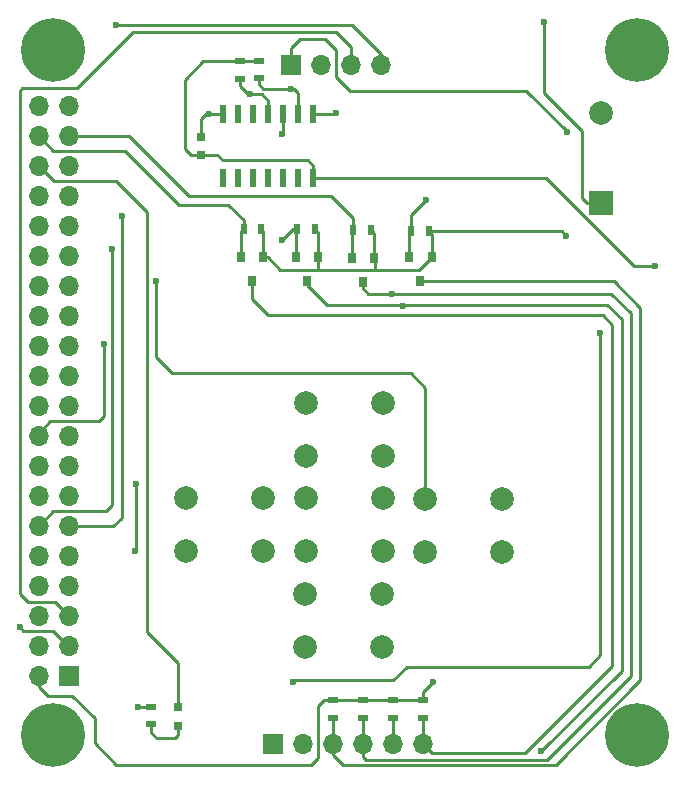
<source format=gbr>
G04 #@! TF.FileFunction,Copper,L1,Top,Signal*
%FSLAX46Y46*%
G04 Gerber Fmt 4.6, Leading zero omitted, Abs format (unit mm)*
G04 Created by KiCad (PCBNEW 4.0.7) date 07/29/18 11:18:04*
%MOMM*%
%LPD*%
G01*
G04 APERTURE LIST*
%ADD10C,0.100000*%
%ADD11R,0.800000X0.800000*%
%ADD12R,1.700000X1.700000*%
%ADD13O,1.700000X1.700000*%
%ADD14R,0.800000X0.900000*%
%ADD15R,0.900000X0.500000*%
%ADD16C,2.000000*%
%ADD17R,0.600000X1.500000*%
%ADD18C,5.400000*%
%ADD19C,0.800000*%
%ADD20R,0.500000X0.900000*%
%ADD21R,0.750000X0.800000*%
%ADD22R,2.000000X2.000000*%
%ADD23C,0.600000*%
%ADD24C,0.250000*%
G04 APERTURE END LIST*
D10*
D11*
X99131120Y-139067640D03*
X99131120Y-140667640D03*
D12*
X107175300Y-142227300D03*
D13*
X109715300Y-142227300D03*
X112255300Y-142227300D03*
X114795300Y-142227300D03*
X117335300Y-142227300D03*
X119875300Y-142227300D03*
D12*
X108686600Y-84747100D03*
D13*
X111226600Y-84747100D03*
X113766600Y-84747100D03*
X116306600Y-84747100D03*
D14*
X106330000Y-101030000D03*
X104430000Y-101030000D03*
X105380000Y-103030000D03*
X110990000Y-101030000D03*
X109090000Y-101030000D03*
X110040000Y-103030000D03*
X115710000Y-101080000D03*
X113810000Y-101080000D03*
X114760000Y-103080000D03*
X120570000Y-101030000D03*
X118670000Y-101030000D03*
X119620000Y-103030000D03*
D15*
X96840040Y-140561760D03*
X96840040Y-139061760D03*
X105920000Y-84380000D03*
X105920000Y-85880000D03*
X104330000Y-84410000D03*
X104330000Y-85910000D03*
D16*
X109915960Y-125927240D03*
X109915960Y-121427240D03*
X116415960Y-125927240D03*
X116415960Y-121427240D03*
X109971840Y-117880520D03*
X109971840Y-113380520D03*
X116471840Y-117880520D03*
X116471840Y-113380520D03*
X109880400Y-134040000D03*
X109880400Y-129540000D03*
X116380400Y-134040000D03*
X116380400Y-129540000D03*
X99801680Y-125927240D03*
X99801680Y-121427240D03*
X106301680Y-125927240D03*
X106301680Y-121427240D03*
X120045480Y-125947560D03*
X120045480Y-121447560D03*
X126545480Y-125947560D03*
X126545480Y-121447560D03*
D17*
X110545880Y-88902560D03*
X109275880Y-88902560D03*
X108005880Y-88902560D03*
X106735880Y-88902560D03*
X105465880Y-88902560D03*
X104195880Y-88902560D03*
X102925880Y-88902560D03*
X102925880Y-94302560D03*
X104195880Y-94302560D03*
X105465880Y-94302560D03*
X106735880Y-94302560D03*
X108005880Y-94302560D03*
X109275880Y-94302560D03*
X110545880Y-94302560D03*
D12*
X89834720Y-136489440D03*
D13*
X87294720Y-136489440D03*
X89834720Y-133949440D03*
X87294720Y-133949440D03*
X89834720Y-131409440D03*
X87294720Y-131409440D03*
X89834720Y-128869440D03*
X87294720Y-128869440D03*
X89834720Y-126329440D03*
X87294720Y-126329440D03*
X89834720Y-123789440D03*
X87294720Y-123789440D03*
X89834720Y-121249440D03*
X87294720Y-121249440D03*
X89834720Y-118709440D03*
X87294720Y-118709440D03*
X89834720Y-116169440D03*
X87294720Y-116169440D03*
X89834720Y-113629440D03*
X87294720Y-113629440D03*
X89834720Y-111089440D03*
X87294720Y-111089440D03*
X89834720Y-108549440D03*
X87294720Y-108549440D03*
X89834720Y-106009440D03*
X87294720Y-106009440D03*
X89834720Y-103469440D03*
X87294720Y-103469440D03*
X89834720Y-100929440D03*
X87294720Y-100929440D03*
X89834720Y-98389440D03*
X87294720Y-98389440D03*
X89834720Y-95849440D03*
X87294720Y-95849440D03*
X89834720Y-93309440D03*
X87294720Y-93309440D03*
X89834720Y-90769440D03*
X87294720Y-90769440D03*
X89834720Y-88229440D03*
X87294720Y-88229440D03*
D18*
X88500000Y-141500000D03*
D19*
X90525000Y-141500000D03*
X89931891Y-142931891D03*
X88500000Y-143525000D03*
X87068109Y-142931891D03*
X86475000Y-141500000D03*
X87068109Y-140068109D03*
X88500000Y-139475000D03*
X89931891Y-140068109D03*
D18*
X138000000Y-141500000D03*
D19*
X140025000Y-141500000D03*
X139431891Y-142931891D03*
X138000000Y-143525000D03*
X136568109Y-142931891D03*
X135975000Y-141500000D03*
X136568109Y-140068109D03*
X138000000Y-139475000D03*
X139431891Y-140068109D03*
D18*
X138000000Y-83500000D03*
D19*
X140025000Y-83500000D03*
X139431891Y-84931891D03*
X138000000Y-85525000D03*
X136568109Y-84931891D03*
X135975000Y-83500000D03*
X136568109Y-82068109D03*
X138000000Y-81475000D03*
X139431891Y-82068109D03*
D18*
X88500000Y-83500000D03*
D19*
X90525000Y-83500000D03*
X89931891Y-84931891D03*
X88500000Y-85525000D03*
X87068109Y-84931891D03*
X86475000Y-83500000D03*
X87068109Y-82068109D03*
X88500000Y-81475000D03*
X89931891Y-82068109D03*
D20*
X120310000Y-98780000D03*
X118810000Y-98780000D03*
X115400000Y-98690000D03*
X113900000Y-98690000D03*
X110700000Y-98650000D03*
X109200000Y-98650000D03*
X106150000Y-98590000D03*
X104650000Y-98590000D03*
D15*
X119875300Y-138497880D03*
X119875300Y-139997880D03*
X117337840Y-138497880D03*
X117337840Y-139997880D03*
X114792760Y-138497880D03*
X114792760Y-139997880D03*
X112242600Y-138505500D03*
X112242600Y-140005500D03*
D21*
X101058980Y-90837320D03*
X101058980Y-92337320D03*
D22*
X134950000Y-96420000D03*
D16*
X134950000Y-88820000D03*
D23*
X101697440Y-88902560D03*
X95720000Y-139090000D03*
X134840000Y-107460000D03*
X108850000Y-136960000D03*
X131990000Y-99190000D03*
X132000000Y-90420000D03*
X85710000Y-132360000D03*
X93820000Y-81360000D03*
X130050000Y-81140000D03*
X107900000Y-99550000D03*
X92840000Y-108380000D03*
X120130000Y-96160000D03*
X95440000Y-125900000D03*
X95520000Y-120240000D03*
X97200000Y-102990000D03*
X120660000Y-137010000D03*
X139480000Y-101800000D03*
X107940000Y-90560000D03*
X94340000Y-97540000D03*
X93490000Y-100300000D03*
X112490000Y-88790000D03*
X105190000Y-87200000D03*
X117230000Y-104090000D03*
X108700000Y-86750000D03*
X118190000Y-105160000D03*
X129840000Y-142840000D03*
D24*
X101697440Y-88902560D02*
X101497440Y-88902560D01*
X101058980Y-89341020D02*
X101058980Y-90837320D01*
X101497440Y-88902560D02*
X101058980Y-89341020D01*
X101697440Y-88902560D02*
X102925880Y-88902560D01*
X95748240Y-139061760D02*
X96840040Y-139061760D01*
X95720000Y-139090000D02*
X95748240Y-139061760D01*
X109715300Y-142227300D02*
X109715300Y-142944700D01*
X109915960Y-125927240D02*
X110330860Y-125927240D01*
X134840000Y-134720000D02*
X134840000Y-107460000D01*
X133880000Y-135680000D02*
X134840000Y-134720000D01*
X118460000Y-135680000D02*
X133880000Y-135680000D01*
X117290000Y-136850000D02*
X118460000Y-135680000D01*
X108960000Y-136850000D02*
X117290000Y-136850000D01*
X108850000Y-136960000D02*
X108960000Y-136850000D01*
X108686600Y-84747100D02*
X108686600Y-83333400D01*
X131580000Y-98780000D02*
X120310000Y-98780000D01*
X131990000Y-99190000D02*
X131580000Y-98780000D01*
X132000000Y-90360000D02*
X132000000Y-90420000D01*
X128590000Y-86950000D02*
X132000000Y-90360000D01*
X113650000Y-86950000D02*
X128590000Y-86950000D01*
X112490000Y-85790000D02*
X113650000Y-86950000D01*
X112490000Y-83490000D02*
X112490000Y-85790000D01*
X111580000Y-82580000D02*
X112490000Y-83490000D01*
X109440000Y-82580000D02*
X111580000Y-82580000D01*
X108686600Y-83333400D02*
X109440000Y-82580000D01*
X110980000Y-102090000D02*
X110980000Y-101040000D01*
X110980000Y-101040000D02*
X110990000Y-101030000D01*
X115780000Y-102090000D02*
X115780000Y-101150000D01*
X115780000Y-101150000D02*
X115710000Y-101080000D01*
X106330000Y-101030000D02*
X106700000Y-101030000D01*
X106700000Y-101030000D02*
X107760000Y-102090000D01*
X119510000Y-102090000D02*
X120570000Y-101030000D01*
X107760000Y-102090000D02*
X110980000Y-102090000D01*
X110980000Y-102090000D02*
X115780000Y-102090000D01*
X115780000Y-102090000D02*
X119510000Y-102090000D01*
X106330000Y-101030000D02*
X106330000Y-98770000D01*
X106330000Y-98770000D02*
X106150000Y-98590000D01*
X110990000Y-101030000D02*
X110990000Y-98940000D01*
X110990000Y-98940000D02*
X110700000Y-98650000D01*
X115710000Y-101080000D02*
X115710000Y-99000000D01*
X115710000Y-99000000D02*
X115400000Y-98690000D01*
X120570000Y-101030000D02*
X120570000Y-99040000D01*
X120570000Y-99040000D02*
X120310000Y-98780000D01*
X99131120Y-139067640D02*
X99131120Y-135401120D01*
X88565280Y-94580000D02*
X87294720Y-93309440D01*
X93880000Y-94580000D02*
X88565280Y-94580000D01*
X96450000Y-97150000D02*
X93880000Y-94580000D01*
X96450000Y-132720000D02*
X96450000Y-97150000D01*
X99131120Y-135401120D02*
X96450000Y-132720000D01*
X96840040Y-140561760D02*
X96840040Y-141270040D01*
X99131120Y-141428880D02*
X99131120Y-140667640D01*
X98850000Y-141710000D02*
X99131120Y-141428880D01*
X97280000Y-141710000D02*
X98850000Y-141710000D01*
X96840040Y-141270040D02*
X97280000Y-141710000D01*
X99069360Y-140729400D02*
X99131120Y-140667640D01*
X112255300Y-142227300D02*
X112255300Y-140018200D01*
X112255300Y-140018200D02*
X112242600Y-140005500D01*
X119620000Y-103030000D02*
X136000000Y-103030000D01*
X112255300Y-143155300D02*
X112255300Y-142227300D01*
X113100000Y-144000000D02*
X112255300Y-143155300D01*
X131100000Y-144000000D02*
X113100000Y-144000000D01*
X138250000Y-136850000D02*
X131100000Y-144000000D01*
X138250000Y-105280000D02*
X138250000Y-136850000D01*
X136000000Y-103030000D02*
X138250000Y-105280000D01*
X105380000Y-103030000D02*
X105380000Y-104540000D01*
X120638000Y-142990000D02*
X119875300Y-142227300D01*
X128460000Y-142990000D02*
X120638000Y-142990000D01*
X135860000Y-135590000D02*
X128460000Y-142990000D01*
X135860000Y-106720000D02*
X135860000Y-135590000D01*
X135060000Y-105920000D02*
X135860000Y-106720000D01*
X106760000Y-105920000D02*
X135060000Y-105920000D01*
X105380000Y-104540000D02*
X106760000Y-105920000D01*
X119875300Y-142227300D02*
X119875300Y-139997880D01*
X113766600Y-84747100D02*
X113766600Y-83256600D01*
X88655280Y-130230000D02*
X89834720Y-131409440D01*
X86400000Y-130230000D02*
X88655280Y-130230000D01*
X85710000Y-129540000D02*
X86400000Y-130230000D01*
X85710000Y-86950000D02*
X85710000Y-129540000D01*
X85930000Y-86730000D02*
X85710000Y-86950000D01*
X90520000Y-86730000D02*
X85930000Y-86730000D01*
X95270000Y-81980000D02*
X90520000Y-86730000D01*
X112490000Y-81980000D02*
X95270000Y-81980000D01*
X113766600Y-83256600D02*
X112490000Y-81980000D01*
X116306600Y-84747100D02*
X116306600Y-83846600D01*
X88490000Y-132660000D02*
X89779440Y-133949440D01*
X86010000Y-132660000D02*
X88490000Y-132660000D01*
X85710000Y-132360000D02*
X86010000Y-132660000D01*
X113820000Y-81360000D02*
X93820000Y-81360000D01*
X116306600Y-83846600D02*
X113820000Y-81360000D01*
X89779440Y-133949440D02*
X89834720Y-133949440D01*
X130050000Y-81140000D02*
X130050000Y-87110000D01*
X133730000Y-96420000D02*
X134950000Y-96420000D01*
X133280000Y-95970000D02*
X133730000Y-96420000D01*
X133280000Y-90340000D02*
X133280000Y-95970000D01*
X130050000Y-87110000D02*
X133280000Y-90340000D01*
X134950000Y-96420000D02*
X135138000Y-96420000D01*
X104650000Y-98590000D02*
X104650000Y-97870000D01*
X88555280Y-92030000D02*
X87294720Y-90769440D01*
X94620000Y-92030000D02*
X88555280Y-92030000D01*
X99170000Y-96580000D02*
X94620000Y-92030000D01*
X103360000Y-96580000D02*
X99170000Y-96580000D01*
X104650000Y-97870000D02*
X103360000Y-96580000D01*
X104430000Y-101030000D02*
X104430000Y-98810000D01*
X104430000Y-98810000D02*
X104650000Y-98590000D01*
X104430000Y-100795520D02*
X104430000Y-101030000D01*
X109200000Y-98650000D02*
X108800000Y-98650000D01*
X108800000Y-98650000D02*
X107900000Y-99550000D01*
X109090000Y-101030000D02*
X109090000Y-98760000D01*
X109090000Y-98760000D02*
X109200000Y-98650000D01*
X108891160Y-101030000D02*
X109090000Y-101030000D01*
X113900000Y-98690000D02*
X113900000Y-97710000D01*
X94929440Y-90769440D02*
X89834720Y-90769440D01*
X100020000Y-95860000D02*
X94929440Y-90769440D01*
X112050000Y-95860000D02*
X100020000Y-95860000D01*
X113900000Y-97710000D02*
X112050000Y-95860000D01*
X113810000Y-101080000D02*
X113810000Y-98780000D01*
X113810000Y-98780000D02*
X113900000Y-98690000D01*
X89631520Y-90830400D02*
X89768680Y-90830400D01*
X113794000Y-101064000D02*
X113810000Y-101080000D01*
X118810000Y-98780000D02*
X118810000Y-97480000D01*
X88290000Y-114890000D02*
X87294720Y-115885280D01*
X92450000Y-114890000D02*
X88290000Y-114890000D01*
X92840000Y-114500000D02*
X92450000Y-114890000D01*
X92840000Y-108380000D02*
X92840000Y-114500000D01*
X118810000Y-97480000D02*
X120130000Y-96160000D01*
X87294720Y-115885280D02*
X87294720Y-116169440D01*
X118670000Y-101030000D02*
X118670000Y-98920000D01*
X118670000Y-98920000D02*
X118810000Y-98780000D01*
X95550000Y-120750000D02*
X95550000Y-120270000D01*
X95440000Y-125900000D02*
X95550000Y-125790000D01*
X95550000Y-125790000D02*
X95550000Y-120750000D01*
X95550000Y-120270000D02*
X95520000Y-120240000D01*
X120045480Y-121447560D02*
X120045480Y-112055480D01*
X97200000Y-109440000D02*
X97200000Y-102990000D01*
X98570000Y-110810000D02*
X97200000Y-109440000D01*
X118800000Y-110810000D02*
X98570000Y-110810000D01*
X120045480Y-112055480D02*
X118800000Y-110810000D01*
X89631520Y-100990400D02*
X89631520Y-100947220D01*
X105920000Y-84380000D02*
X104360000Y-84380000D01*
X104360000Y-84380000D02*
X104330000Y-84410000D01*
X104330000Y-84410000D02*
X101250000Y-84410000D01*
X100167320Y-92337320D02*
X101058980Y-92337320D01*
X99650000Y-91820000D02*
X100167320Y-92337320D01*
X99650000Y-86010000D02*
X99650000Y-91820000D01*
X101250000Y-84410000D02*
X99650000Y-86010000D01*
X110545880Y-94302560D02*
X130232560Y-94302560D01*
X119875300Y-137794700D02*
X119875300Y-138497880D01*
X120660000Y-137010000D02*
X119875300Y-137794700D01*
X137730000Y-101800000D02*
X139480000Y-101800000D01*
X130232560Y-94302560D02*
X137730000Y-101800000D01*
X101058980Y-92337320D02*
X102427320Y-92337320D01*
X102427320Y-92337320D02*
X102910000Y-92820000D01*
X102910000Y-92820000D02*
X110080000Y-92820000D01*
X110080000Y-92820000D02*
X110545880Y-93285880D01*
X110545880Y-93285880D02*
X110545880Y-94302560D01*
X112242600Y-138505500D02*
X111484500Y-138505500D01*
X87294720Y-137364720D02*
X87294720Y-136489440D01*
X88070000Y-138140000D02*
X87294720Y-137364720D01*
X90130000Y-138140000D02*
X88070000Y-138140000D01*
X92030000Y-140040000D02*
X90130000Y-138140000D01*
X92030000Y-142120000D02*
X92030000Y-140040000D01*
X93880000Y-143970000D02*
X92030000Y-142120000D01*
X110390000Y-143970000D02*
X93880000Y-143970000D01*
X110980000Y-143380000D02*
X110390000Y-143970000D01*
X110980000Y-139010000D02*
X110980000Y-143380000D01*
X111484500Y-138505500D02*
X110980000Y-139010000D01*
X114792760Y-138497880D02*
X117337840Y-138497880D01*
X112242600Y-138505500D02*
X114785140Y-138505500D01*
X114785140Y-138505500D02*
X114792760Y-138497880D01*
X119875300Y-138497880D02*
X117337840Y-138497880D01*
X105864120Y-84324120D02*
X105920000Y-84380000D01*
X104357940Y-84382060D02*
X104330000Y-84410000D01*
X89834720Y-123789440D02*
X93610560Y-123789440D01*
X108005880Y-90494120D02*
X108005880Y-88902560D01*
X107940000Y-90560000D02*
X108005880Y-90494120D01*
X94340000Y-123060000D02*
X94340000Y-97540000D01*
X93610560Y-123789440D02*
X94340000Y-123060000D01*
X110545880Y-88902560D02*
X112377440Y-88902560D01*
X88550000Y-122510000D02*
X87294720Y-123765280D01*
X92970000Y-122510000D02*
X88550000Y-122510000D01*
X93490000Y-121990000D02*
X92970000Y-122510000D01*
X93490000Y-100300000D02*
X93490000Y-121990000D01*
X112377440Y-88902560D02*
X112490000Y-88790000D01*
X87294720Y-123765280D02*
X87294720Y-123789440D01*
X117230000Y-104090000D02*
X117230000Y-104100000D01*
X117230000Y-104100000D02*
X117230000Y-104090000D01*
X117230000Y-104090000D02*
X117230000Y-104100000D01*
X104330000Y-85910000D02*
X104330000Y-86500000D01*
X104330000Y-86500000D02*
X105030000Y-87200000D01*
X105030000Y-87200000D02*
X105190000Y-87200000D01*
X106735880Y-87765880D02*
X106735880Y-88902560D01*
X105190000Y-87200000D02*
X106170000Y-87200000D01*
X106170000Y-87200000D02*
X106735880Y-87765880D01*
X114795300Y-142227300D02*
X114795300Y-140000420D01*
X114795300Y-140000420D02*
X114792760Y-139997880D01*
X114760000Y-103080000D02*
X114760000Y-103640000D01*
X114795300Y-143305300D02*
X114795300Y-142227300D01*
X115039998Y-143549998D02*
X114795300Y-143305300D01*
X130370002Y-143549998D02*
X115039998Y-143549998D01*
X137460000Y-136460000D02*
X130370002Y-143549998D01*
X137460000Y-105780000D02*
X137460000Y-136460000D01*
X135780000Y-104100000D02*
X137460000Y-105780000D01*
X115220000Y-104100000D02*
X117230000Y-104100000D01*
X117230000Y-104100000D02*
X135780000Y-104100000D01*
X114760000Y-103640000D02*
X115220000Y-104100000D01*
X106735880Y-88902560D02*
X106735880Y-88539320D01*
X118190000Y-105160000D02*
X118190000Y-105080000D01*
X118190000Y-105080000D02*
X118190000Y-105160000D01*
X118190000Y-105160000D02*
X118190000Y-105080000D01*
X105920000Y-85880000D02*
X105920000Y-86370000D01*
X105920000Y-86370000D02*
X106300000Y-86750000D01*
X106300000Y-86750000D02*
X108700000Y-86750000D01*
X109275880Y-87115880D02*
X109275880Y-88902560D01*
X108700000Y-86750000D02*
X108910000Y-86750000D01*
X108910000Y-86750000D02*
X109275880Y-87115880D01*
X110040000Y-103030000D02*
X110040000Y-103380000D01*
X110040000Y-103380000D02*
X111740000Y-105080000D01*
X111740000Y-105080000D02*
X118190000Y-105080000D01*
X118190000Y-105080000D02*
X135450000Y-105080000D01*
X135450000Y-105080000D02*
X136650000Y-106280000D01*
X136650000Y-106280000D02*
X136650000Y-136030000D01*
X136650000Y-136030000D02*
X129840000Y-142840000D01*
X117335300Y-142227300D02*
X117335300Y-140000420D01*
X117335300Y-140000420D02*
X117337840Y-139997880D01*
X109174280Y-89004160D02*
X109275880Y-88902560D01*
M02*

</source>
